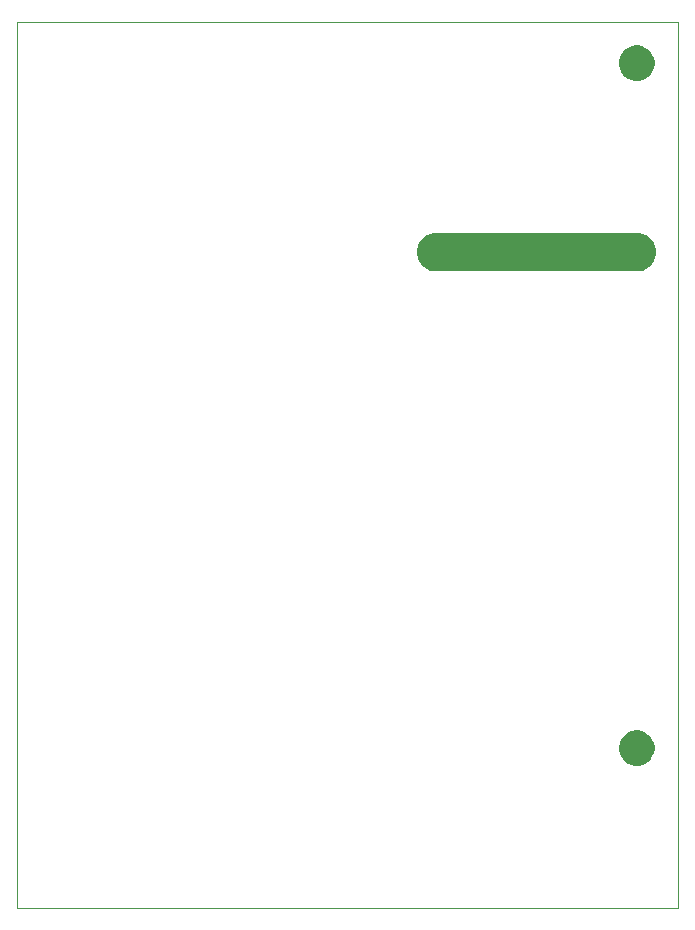
<source format=gbr>
%TF.GenerationSoftware,Altium Limited,Altium Designer,24.8.2 (39)*%
G04 Layer_Color=0*
%FSLAX23Y23*%
%MOIN*%
%TF.SameCoordinates,E7E5857B-D81F-4818-B411-2ABEDC566613*%
%TF.FilePolarity,Positive*%
%TF.FileFunction,Profile,NP*%
%TF.Part,Single*%
G01*
G75*
%TA.AperFunction,Profile*%
%ADD42C,0.001*%
G36*
X1398Y2131D02*
X2067D01*
X2072D01*
X2083Y2133D01*
X2093Y2137D01*
X2101Y2143D01*
X2109Y2151D01*
X2115Y2159D01*
X2119Y2169D01*
X2121Y2180D01*
Y2185D01*
Y2190D01*
X2119Y2201D01*
X2115Y2211D01*
X2109Y2219D01*
X2101Y2227D01*
X2093Y2233D01*
X2083Y2237D01*
X2072Y2239D01*
X2067D01*
D01*
X1398D01*
X1392D01*
X1382Y2237D01*
X1372Y2233D01*
X1363Y2227D01*
X1356Y2219D01*
X1350Y2211D01*
X1346Y2201D01*
X1344Y2190D01*
Y2185D01*
Y2180D01*
X1346Y2169D01*
X1350Y2159D01*
X1356Y2151D01*
X1363Y2143D01*
X1372Y2137D01*
X1382Y2133D01*
X1392Y2131D01*
X1398D01*
D01*
D02*
G37*
G36*
Y2121D02*
X2067D01*
X2073D01*
X2086Y2123D01*
X2097Y2128D01*
X2108Y2135D01*
X2117Y2144D01*
X2124Y2155D01*
X2129Y2166D01*
X2131Y2179D01*
Y2185D01*
Y2191D01*
X2129Y2204D01*
X2124Y2215D01*
X2117Y2226D01*
X2108Y2235D01*
X2097Y2242D01*
X2086Y2247D01*
X2073Y2249D01*
X2067D01*
D01*
X1398D01*
X1391D01*
X1379Y2247D01*
X1367Y2242D01*
X1357Y2235D01*
X1348Y2226D01*
X1341Y2215D01*
X1336Y2204D01*
X1334Y2191D01*
Y2185D01*
Y2179D01*
X1336Y2166D01*
X1341Y2155D01*
X1348Y2144D01*
X1357Y2135D01*
X1367Y2128D01*
X1379Y2123D01*
X1391Y2121D01*
X1398D01*
D01*
D02*
G37*
G36*
Y2126D02*
X1392D01*
X1380Y2128D01*
X1370Y2133D01*
X1360Y2139D01*
X1352Y2147D01*
X1345Y2157D01*
X1341Y2168D01*
X1339Y2179D01*
Y2185D01*
Y2191D01*
X1341Y2202D01*
X1345Y2213D01*
X1352Y2223D01*
X1360Y2231D01*
X1370Y2237D01*
X1380Y2242D01*
X1392Y2244D01*
X1398D01*
D01*
X2067D01*
X2073D01*
X2084Y2242D01*
X2095Y2237D01*
X2105Y2231D01*
X2113Y2223D01*
X2119Y2213D01*
X2124Y2202D01*
X2126Y2191D01*
Y2185D01*
Y2179D01*
X2124Y2168D01*
X2119Y2157D01*
X2113Y2147D01*
X2105Y2139D01*
X2095Y2133D01*
X2084Y2128D01*
X2073Y2126D01*
X2067D01*
D01*
X1398D01*
D02*
G37*
G36*
X2008Y531D02*
Y526D01*
X2010Y514D01*
X2015Y504D01*
X2021Y494D01*
X2029Y486D01*
X2039Y479D01*
X2050Y475D01*
X2061Y472D01*
X2067D01*
X2073D01*
X2084Y475D01*
X2095Y479D01*
X2105Y486D01*
X2113Y494D01*
X2119Y504D01*
X2124Y514D01*
X2126Y526D01*
Y531D01*
Y537D01*
X2124Y549D01*
X2119Y559D01*
X2113Y569D01*
X2105Y577D01*
X2095Y584D01*
X2084Y588D01*
X2073Y591D01*
X2067D01*
X2061D01*
X2050Y588D01*
X2039Y584D01*
X2029Y577D01*
X2021Y569D01*
X2015Y559D01*
X2010Y549D01*
X2008Y537D01*
Y531D01*
D01*
D02*
G37*
G36*
X2067Y2756D02*
X2061D01*
X2050Y2758D01*
X2039Y2763D01*
X2029Y2769D01*
X2021Y2777D01*
X2015Y2787D01*
X2010Y2798D01*
X2008Y2809D01*
Y2815D01*
Y2821D01*
X2010Y2832D01*
X2015Y2843D01*
X2021Y2853D01*
X2029Y2861D01*
X2039Y2867D01*
X2050Y2872D01*
X2061Y2874D01*
X2067D01*
X2073D01*
X2084Y2872D01*
X2095Y2867D01*
X2105Y2861D01*
X2113Y2853D01*
X2119Y2843D01*
X2124Y2832D01*
X2126Y2821D01*
Y2815D01*
Y2809D01*
X2124Y2798D01*
X2119Y2787D01*
X2113Y2777D01*
X2105Y2769D01*
X2095Y2763D01*
X2084Y2758D01*
X2073Y2756D01*
X2067D01*
D01*
D02*
G37*
D42*
X0Y0D02*
X2205D01*
Y2953D01*
X0D01*
Y0D01*
%TF.MD5,7af9c9f637518626f792b1b2efd30fb1*%
M02*

</source>
